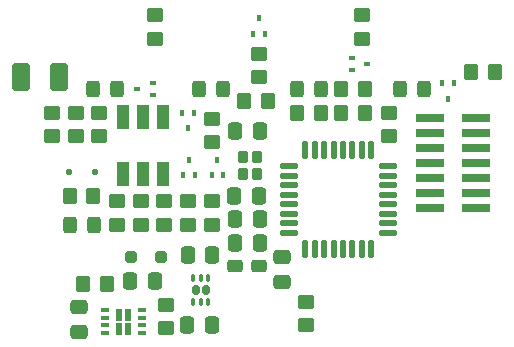
<source format=gtp>
%TF.GenerationSoftware,KiCad,Pcbnew,8.0.5-8.0.5-0~ubuntu20.04.1*%
%TF.CreationDate,2024-10-09T10:57:02+02:00*%
%TF.ProjectId,LIN_eval,4c494e5f-6576-4616-9c2e-6b696361645f,rev?*%
%TF.SameCoordinates,Original*%
%TF.FileFunction,Paste,Top*%
%TF.FilePolarity,Positive*%
%FSLAX46Y46*%
G04 Gerber Fmt 4.6, Leading zero omitted, Abs format (unit mm)*
G04 Created by KiCad (PCBNEW 8.0.5-8.0.5-0~ubuntu20.04.1) date 2024-10-09 10:57:02*
%MOMM*%
%LPD*%
G01*
G04 APERTURE LIST*
G04 Aperture macros list*
%AMRoundRect*
0 Rectangle with rounded corners*
0 $1 Rounding radius*
0 $2 $3 $4 $5 $6 $7 $8 $9 X,Y pos of 4 corners*
0 Add a 4 corners polygon primitive as box body*
4,1,4,$2,$3,$4,$5,$6,$7,$8,$9,$2,$3,0*
0 Add four circle primitives for the rounded corners*
1,1,$1+$1,$2,$3*
1,1,$1+$1,$4,$5*
1,1,$1+$1,$6,$7*
1,1,$1+$1,$8,$9*
0 Add four rect primitives between the rounded corners*
20,1,$1+$1,$2,$3,$4,$5,0*
20,1,$1+$1,$4,$5,$6,$7,0*
20,1,$1+$1,$6,$7,$8,$9,0*
20,1,$1+$1,$8,$9,$2,$3,0*%
G04 Aperture macros list end*
%ADD10RoundRect,0.250000X-0.450000X0.350000X-0.450000X-0.350000X0.450000X-0.350000X0.450000X0.350000X0*%
%ADD11RoundRect,0.250000X0.325000X0.450000X-0.325000X0.450000X-0.325000X-0.450000X0.325000X-0.450000X0*%
%ADD12RoundRect,0.102000X-0.323000X0.373000X-0.323000X-0.373000X0.323000X-0.373000X0.323000X0.373000X0*%
%ADD13RoundRect,0.100000X-0.100000X0.155000X-0.100000X-0.155000X0.100000X-0.155000X0.100000X0.155000X0*%
%ADD14RoundRect,0.250000X0.337500X0.475000X-0.337500X0.475000X-0.337500X-0.475000X0.337500X-0.475000X0*%
%ADD15RoundRect,0.100000X-0.155000X-0.100000X0.155000X-0.100000X0.155000X0.100000X-0.155000X0.100000X0*%
%ADD16RoundRect,0.250001X-0.499999X-0.924999X0.499999X-0.924999X0.499999X0.924999X-0.499999X0.924999X0*%
%ADD17RoundRect,0.250000X-0.337500X-0.475000X0.337500X-0.475000X0.337500X0.475000X-0.337500X0.475000X0*%
%ADD18RoundRect,0.250000X0.450000X-0.350000X0.450000X0.350000X-0.450000X0.350000X-0.450000X-0.350000X0*%
%ADD19RoundRect,0.250000X-0.350000X-0.450000X0.350000X-0.450000X0.350000X0.450000X-0.350000X0.450000X0*%
%ADD20R,0.600000X1.000000*%
%ADD21R,0.650000X0.350000*%
%ADD22RoundRect,0.100000X0.100000X-0.155000X0.100000X0.155000X-0.100000X0.155000X-0.100000X-0.155000X0*%
%ADD23RoundRect,0.250000X-0.475000X0.337500X-0.475000X-0.337500X0.475000X-0.337500X0.475000X0.337500X0*%
%ADD24RoundRect,0.250000X0.350000X0.450000X-0.350000X0.450000X-0.350000X-0.450000X0.350000X-0.450000X0*%
%ADD25RoundRect,0.250000X0.400000X0.275000X-0.400000X0.275000X-0.400000X-0.275000X0.400000X-0.275000X0*%
%ADD26RoundRect,0.100000X0.155000X0.100000X-0.155000X0.100000X-0.155000X-0.100000X0.155000X-0.100000X0*%
%ADD27RoundRect,0.125000X-0.625000X-0.125000X0.625000X-0.125000X0.625000X0.125000X-0.625000X0.125000X0*%
%ADD28RoundRect,0.125000X-0.125000X-0.625000X0.125000X-0.625000X0.125000X0.625000X-0.125000X0.625000X0*%
%ADD29RoundRect,0.172500X-0.172500X0.232500X-0.172500X-0.232500X0.172500X-0.232500X0.172500X0.232500X0*%
%ADD30RoundRect,0.075000X-0.075000X0.247500X-0.075000X-0.247500X0.075000X-0.247500X0.075000X0.247500X0*%
%ADD31R,2.400000X0.740000*%
%ADD32RoundRect,0.250000X-0.325000X-0.450000X0.325000X-0.450000X0.325000X0.450000X-0.325000X0.450000X0*%
%ADD33R,1.100000X2.000000*%
%ADD34RoundRect,0.250000X0.250000X0.250000X-0.250000X0.250000X-0.250000X-0.250000X0.250000X-0.250000X0*%
%ADD35RoundRect,0.125000X0.125000X0.125000X-0.125000X0.125000X-0.125000X-0.125000X0.125000X-0.125000X0*%
G04 APERTURE END LIST*
D10*
%TO.C,R20*%
X150250000Y-75250000D03*
X150250000Y-77250000D03*
%TD*%
D11*
%TO.C,D12*%
X155500000Y-81500000D03*
X153450000Y-81500000D03*
%TD*%
D12*
%TO.C,Y2*%
X140200000Y-87200000D03*
X140200000Y-88650000D03*
X141350000Y-88650000D03*
X141350000Y-87200000D03*
%TD*%
D13*
%TO.C,Q4*%
X137500000Y-88790000D03*
X138500000Y-88790000D03*
X138000000Y-87500000D03*
%TD*%
D14*
%TO.C,C10*%
X141575000Y-92500000D03*
X139500000Y-92500000D03*
%TD*%
D15*
%TO.C,Q1*%
X132500000Y-82000000D03*
X132500000Y-81000000D03*
X131210000Y-81500000D03*
%TD*%
D14*
%TO.C,C3*%
X137500000Y-101500000D03*
X135425000Y-101500000D03*
%TD*%
D13*
%TO.C,Q5*%
X141000000Y-76790000D03*
X142000000Y-76790000D03*
X141500000Y-75500000D03*
%TD*%
D16*
%TO.C,C12*%
X121375000Y-80500000D03*
X124625000Y-80500000D03*
%TD*%
D17*
%TO.C,C2*%
X130600000Y-97750000D03*
X132675000Y-97750000D03*
%TD*%
D18*
%TO.C,R7*%
X145500000Y-101500000D03*
X145500000Y-99500000D03*
%TD*%
D19*
%TO.C,R19*%
X148500000Y-81500000D03*
X150500000Y-81500000D03*
%TD*%
D20*
%TO.C,U1*%
X130437500Y-101775000D03*
X130437500Y-100575000D03*
X129662500Y-101775000D03*
X129662500Y-100575000D03*
D21*
X131600000Y-102150000D03*
X131600000Y-101500000D03*
X131600000Y-100850000D03*
X131600000Y-100200000D03*
X128500000Y-100200000D03*
X128500000Y-100850000D03*
X128500000Y-101500000D03*
X128500000Y-102150000D03*
%TD*%
D10*
%TO.C,R17*%
X132750000Y-75250000D03*
X132750000Y-77250000D03*
%TD*%
D14*
%TO.C,C9*%
X141575000Y-94500000D03*
X139500000Y-94500000D03*
%TD*%
D18*
%TO.C,R3*%
X128000000Y-85500000D03*
X128000000Y-83500000D03*
%TD*%
D22*
%TO.C,Q7*%
X158000000Y-81000000D03*
X157000000Y-81000000D03*
X157500000Y-82290000D03*
%TD*%
D10*
%TO.C,R22*%
X152500000Y-83500000D03*
X152500000Y-85500000D03*
%TD*%
D23*
%TO.C,C1*%
X126250000Y-99962500D03*
X126250000Y-102037500D03*
%TD*%
D14*
%TO.C,C4*%
X137537500Y-95500000D03*
X135462500Y-95500000D03*
%TD*%
D19*
%TO.C,R21*%
X148500000Y-83500000D03*
X150500000Y-83500000D03*
%TD*%
D18*
%TO.C,R10*%
X131500000Y-93000000D03*
X131500000Y-91000000D03*
%TD*%
D19*
%TO.C,R2*%
X126637500Y-98000000D03*
X128637500Y-98000000D03*
%TD*%
D11*
%TO.C,D8*%
X138500000Y-81500000D03*
X136450000Y-81500000D03*
%TD*%
D24*
%TO.C,R15*%
X142250000Y-82500000D03*
X140250000Y-82500000D03*
%TD*%
D10*
%TO.C,R4*%
X126000000Y-83500000D03*
X126000000Y-85500000D03*
%TD*%
D22*
%TO.C,Q3*%
X136000000Y-83500000D03*
X135000000Y-83500000D03*
X135500000Y-84790000D03*
%TD*%
D11*
%TO.C,D10*%
X146775000Y-81500000D03*
X144725000Y-81500000D03*
%TD*%
D10*
%TO.C,R12*%
X137500000Y-91000000D03*
X137500000Y-93000000D03*
%TD*%
D25*
%TO.C,C11*%
X141475000Y-96500000D03*
X139525000Y-96500000D03*
%TD*%
D18*
%TO.C,R6*%
X133500000Y-93000000D03*
X133500000Y-91000000D03*
%TD*%
D26*
%TO.C,Q6*%
X149355000Y-78855000D03*
X149355000Y-79855000D03*
X150645000Y-79355000D03*
%TD*%
D14*
%TO.C,C7*%
X141500000Y-90500000D03*
X139425000Y-90500000D03*
%TD*%
D27*
%TO.C,U3*%
X144050000Y-88040000D03*
X144050000Y-88840000D03*
X144050000Y-89640000D03*
X144050000Y-90440000D03*
X144050000Y-91240000D03*
X144050000Y-92040000D03*
X144050000Y-92840000D03*
X144050000Y-93640000D03*
D28*
X145425000Y-95015000D03*
X146225000Y-95015000D03*
X147025000Y-95015000D03*
X147825000Y-95015000D03*
X148625000Y-95015000D03*
X149425000Y-95015000D03*
X150225000Y-95015000D03*
X151025000Y-95015000D03*
D27*
X152400000Y-93640000D03*
X152400000Y-92840000D03*
X152400000Y-92040000D03*
X152400000Y-91240000D03*
X152400000Y-90440000D03*
X152400000Y-89640000D03*
X152400000Y-88840000D03*
X152400000Y-88040000D03*
D28*
X151025000Y-86665000D03*
X150225000Y-86665000D03*
X149425000Y-86665000D03*
X148625000Y-86665000D03*
X147825000Y-86665000D03*
X147025000Y-86665000D03*
X146225000Y-86665000D03*
X145425000Y-86665000D03*
%TD*%
D18*
%TO.C,R16*%
X141500000Y-80500000D03*
X141500000Y-78500000D03*
%TD*%
%TO.C,R11*%
X129500000Y-93000000D03*
X129500000Y-91000000D03*
%TD*%
D29*
%TO.C,U2*%
X137000000Y-98500000D03*
X136150000Y-98500000D03*
D30*
X137225000Y-97472500D03*
X136575000Y-97472500D03*
X135925000Y-97472500D03*
X135925000Y-99527500D03*
X136575000Y-99527500D03*
X137225000Y-99527500D03*
%TD*%
D11*
%TO.C,D5*%
X129500000Y-81500000D03*
X127450000Y-81500000D03*
%TD*%
D24*
%TO.C,R18*%
X146750000Y-83500000D03*
X144750000Y-83500000D03*
%TD*%
D18*
%TO.C,R13*%
X137500000Y-86000000D03*
X137500000Y-84000000D03*
%TD*%
D31*
%TO.C,J1*%
X159900000Y-91580000D03*
X156000000Y-91580000D03*
X159900000Y-90310000D03*
X156000000Y-90310000D03*
X159900000Y-89040000D03*
X156000000Y-89040000D03*
X159900000Y-87770000D03*
X156000000Y-87770000D03*
X159900000Y-86500000D03*
X156000000Y-86500000D03*
X159900000Y-85230000D03*
X156000000Y-85230000D03*
X159900000Y-83960000D03*
X156000000Y-83960000D03*
%TD*%
D18*
%TO.C,R8*%
X124000000Y-85500000D03*
X124000000Y-83500000D03*
%TD*%
D23*
%TO.C,C5*%
X143500000Y-95712500D03*
X143500000Y-97787500D03*
%TD*%
D32*
%TO.C,D3*%
X125475000Y-93000000D03*
X127525000Y-93000000D03*
%TD*%
D24*
%TO.C,R23*%
X161500000Y-80000000D03*
X159500000Y-80000000D03*
%TD*%
D13*
%TO.C,Q2*%
X135075000Y-88790000D03*
X136075000Y-88790000D03*
X135575000Y-87500000D03*
%TD*%
D10*
%TO.C,R14*%
X135500000Y-91000000D03*
X135500000Y-93000000D03*
%TD*%
D33*
%TO.C,D6*%
X133400000Y-83850000D03*
X131700000Y-83850000D03*
X130000000Y-83850000D03*
X130000000Y-88650000D03*
X131700000Y-88650000D03*
X133400000Y-88650000D03*
%TD*%
D18*
%TO.C,R1*%
X133600000Y-101750000D03*
X133600000Y-99750000D03*
%TD*%
D34*
%TO.C,D1*%
X133210000Y-95690000D03*
X130710000Y-95690000D03*
%TD*%
D17*
%TO.C,C6*%
X139500000Y-85050000D03*
X141575000Y-85050000D03*
%TD*%
D35*
%TO.C,D4*%
X127600000Y-88500000D03*
X125400000Y-88500000D03*
%TD*%
D24*
%TO.C,R5*%
X127500000Y-90500000D03*
X125500000Y-90500000D03*
%TD*%
M02*

</source>
